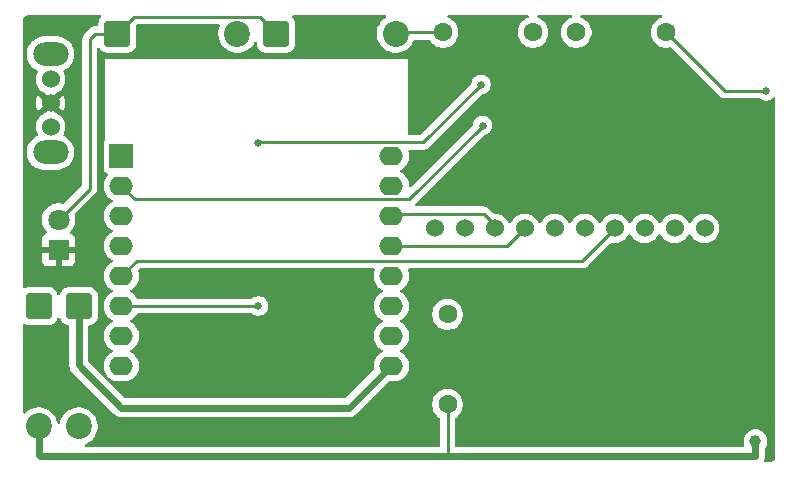
<source format=gbr>
%TF.GenerationSoftware,KiCad,Pcbnew,9.0.2*%
%TF.CreationDate,2025-06-18T17:22:37-04:00*%
%TF.ProjectId,CVISS_IMU_Tracker_Board,43564953-535f-4494-9d55-5f547261636b,rev?*%
%TF.SameCoordinates,Original*%
%TF.FileFunction,Copper,L2,Bot*%
%TF.FilePolarity,Positive*%
%FSLAX46Y46*%
G04 Gerber Fmt 4.6, Leading zero omitted, Abs format (unit mm)*
G04 Created by KiCad (PCBNEW 9.0.2) date 2025-06-18 17:22:37*
%MOMM*%
%LPD*%
G01*
G04 APERTURE LIST*
G04 Aperture macros list*
%AMRoundRect*
0 Rectangle with rounded corners*
0 $1 Rounding radius*
0 $2 $3 $4 $5 $6 $7 $8 $9 X,Y pos of 4 corners*
0 Add a 4 corners polygon primitive as box body*
4,1,4,$2,$3,$4,$5,$6,$7,$8,$9,$2,$3,0*
0 Add four circle primitives for the rounded corners*
1,1,$1+$1,$2,$3*
1,1,$1+$1,$4,$5*
1,1,$1+$1,$6,$7*
1,1,$1+$1,$8,$9*
0 Add four rect primitives between the rounded corners*
20,1,$1+$1,$2,$3,$4,$5,0*
20,1,$1+$1,$4,$5,$6,$7,0*
20,1,$1+$1,$6,$7,$8,$9,0*
20,1,$1+$1,$8,$9,$2,$3,0*%
G04 Aperture macros list end*
%TA.AperFunction,ComponentPad*%
%ADD10C,1.530000*%
%TD*%
%TA.AperFunction,ComponentPad*%
%ADD11O,3.000000X2.000000*%
%TD*%
%TA.AperFunction,ComponentPad*%
%ADD12C,2.200000*%
%TD*%
%TA.AperFunction,ComponentPad*%
%ADD13RoundRect,0.249999X-0.850001X-0.850001X0.850001X-0.850001X0.850001X0.850001X-0.850001X0.850001X0*%
%TD*%
%TA.AperFunction,ComponentPad*%
%ADD14C,1.600000*%
%TD*%
%TA.AperFunction,ComponentPad*%
%ADD15RoundRect,0.249999X-0.850001X0.850001X-0.850001X-0.850001X0.850001X-0.850001X0.850001X0.850001X0*%
%TD*%
%TA.AperFunction,ComponentPad*%
%ADD16R,2.000000X2.000000*%
%TD*%
%TA.AperFunction,ComponentPad*%
%ADD17O,2.000000X1.600000*%
%TD*%
%TA.AperFunction,ComponentPad*%
%ADD18R,1.800000X1.800000*%
%TD*%
%TA.AperFunction,ComponentPad*%
%ADD19C,1.800000*%
%TD*%
%TA.AperFunction,ViaPad*%
%ADD20C,1.000000*%
%TD*%
%TA.AperFunction,ViaPad*%
%ADD21C,0.650000*%
%TD*%
%TA.AperFunction,Conductor*%
%ADD22C,0.250000*%
%TD*%
%TA.AperFunction,Conductor*%
%ADD23C,0.600000*%
%TD*%
G04 APERTURE END LIST*
D10*
%TO.P,U2,10,PS0*%
%TO.N,unconnected-(U2-PS0-Pad10)*%
X181280000Y-102700000D03*
%TO.P,U2,9,PS1*%
%TO.N,unconnected-(U2-PS1-Pad9)*%
X178740000Y-102700000D03*
%TO.P,U2,8,RST*%
%TO.N,unconnected-(U2-RST-Pad8)*%
X176200000Y-102700000D03*
%TO.P,U2,7,INT*%
%TO.N,/INT*%
X173660000Y-102700000D03*
%TO.P,U2,6,CS*%
%TO.N,unconnected-(U2-CS-Pad6)*%
X171120000Y-102700000D03*
%TO.P,U2,5,ADO*%
%TO.N,/SW_GND*%
X168580000Y-102700000D03*
%TO.P,U2,4,SDA*%
%TO.N,/SDA*%
X166040000Y-102700000D03*
%TO.P,U2,3,SCL*%
%TO.N,/SCL*%
X163500000Y-102700000D03*
%TO.P,U2,2,GND*%
%TO.N,/SW_GND*%
X160960000Y-102700000D03*
%TO.P,U2,1,VCC*%
%TO.N,+3.3V*%
X158420000Y-102700000D03*
%TD*%
D11*
%TO.P,SW1,5*%
%TO.N,N/C*%
X125910000Y-87930000D03*
D10*
%TO.P,SW1,4*%
X125910000Y-90080000D03*
D11*
%TO.P,SW1,3*%
X125910000Y-96230000D03*
D10*
%TO.P,SW1,2,B*%
%TO.N,/SW_GND*%
X125910000Y-94080000D03*
%TO.P,SW1,1,A*%
%TO.N,GND*%
X125910000Y-92080000D03*
%TD*%
D12*
%TO.P,D8,2,A*%
%TO.N,/PWR_LED*%
X141730000Y-86200000D03*
D13*
%TO.P,D8,1,K*%
%TO.N,/GP_LED*%
X131570000Y-86200000D03*
%TD*%
D14*
%TO.P,R2,2*%
%TO.N,Net-(D1-A)*%
X159150000Y-86100000D03*
%TO.P,R2,1*%
%TO.N,Net-(U1-MOSI{slash}D7)*%
X166770000Y-86100000D03*
%TD*%
D15*
%TO.P,D7,1,K*%
%TO.N,+5V*%
X128300000Y-109280000D03*
D12*
%TO.P,D7,2,A*%
%TO.N,/OUT+*%
X128300000Y-119440000D03*
%TD*%
D16*
%TO.P,U1,1,~{RST}*%
%TO.N,unconnected-(U1-~{RST}-Pad1)*%
X131905000Y-96570000D03*
D17*
%TO.P,U1,2,A0*%
%TO.N,Net-(U1-A0)*%
X131905000Y-99110000D03*
%TO.P,U1,3,D0*%
%TO.N,unconnected-(U1-D0-Pad3)*%
X131905000Y-101650000D03*
%TO.P,U1,4,SCK/D5*%
%TO.N,unconnected-(U1-SCK{slash}D5-Pad4)*%
X131905000Y-104190000D03*
%TO.P,U1,5,MISO/D6*%
%TO.N,/INT*%
X131905000Y-106730000D03*
%TO.P,U1,6,MOSI/D7*%
%TO.N,Net-(U1-MOSI{slash}D7)*%
X131905000Y-109270000D03*
%TO.P,U1,7,CS/D8*%
%TO.N,unconnected-(U1-CS{slash}D8-Pad7)*%
X131905000Y-111810000D03*
%TO.P,U1,8,3V3*%
%TO.N,+3.3V*%
X131905000Y-114350000D03*
%TO.P,U1,9,5V*%
%TO.N,+5V*%
X154765000Y-114350000D03*
%TO.P,U1,10,GND*%
%TO.N,/SW_GND*%
X154765000Y-111810000D03*
%TO.P,U1,11,D4*%
%TO.N,unconnected-(U1-D4-Pad11)*%
X154765000Y-109270000D03*
%TO.P,U1,12,D3*%
%TO.N,unconnected-(U1-D3-Pad12)*%
X154765000Y-106730000D03*
%TO.P,U1,13,SDA/D2*%
%TO.N,/SDA*%
X154765000Y-104190000D03*
%TO.P,U1,14,SCL/D1*%
%TO.N,/SCL*%
X154765000Y-101650000D03*
%TO.P,U1,15,RX*%
%TO.N,unconnected-(U1-RX-Pad15)*%
X154765000Y-99110000D03*
%TO.P,U1,16,TX*%
%TO.N,unconnected-(U1-TX-Pad16)*%
X154765000Y-96570000D03*
%TD*%
D14*
%TO.P,R4,1*%
%TO.N,/IN+*%
X159520000Y-117600000D03*
%TO.P,R4,2*%
%TO.N,/PWR_LED*%
X159520000Y-109980000D03*
%TD*%
D13*
%TO.P,D1,1,K*%
%TO.N,/GP_LED*%
X144990000Y-86210000D03*
D12*
%TO.P,D1,2,A*%
%TO.N,Net-(D1-A)*%
X155150000Y-86210000D03*
%TD*%
D15*
%TO.P,D6,1,K*%
%TO.N,+5V*%
X124910000Y-109280000D03*
D12*
%TO.P,D6,2,A*%
%TO.N,/IN+*%
X124910000Y-119440000D03*
%TD*%
D14*
%TO.P,R1,1*%
%TO.N,Net-(U1-A0)*%
X170420000Y-86100000D03*
%TO.P,R1,2*%
%TO.N,/B+*%
X178040000Y-86100000D03*
%TD*%
D18*
%TO.P,D9,1,K*%
%TO.N,GND*%
X126590000Y-104505000D03*
D19*
%TO.P,D9,2,A*%
%TO.N,/GP_LED*%
X126590000Y-101965000D03*
%TD*%
D20*
%TO.N,GND*%
X185585000Y-107005000D03*
D21*
%TO.N,Net-(U1-A0)*%
X162485000Y-93985000D03*
%TO.N,Net-(U1-MOSI{slash}D7)*%
X162360000Y-90510000D03*
X143510000Y-109260000D03*
X143510000Y-95495000D03*
%TO.N,/B+*%
X186490000Y-91040000D03*
D20*
%TO.N,GND*%
X162885000Y-107005000D03*
X162885000Y-110205000D03*
%TO.N,/IN+*%
X185585000Y-120705000D03*
%TD*%
D22*
%TO.N,/GP_LED*%
X129230000Y-99325000D02*
X126590000Y-101965000D01*
X129690000Y-86200000D02*
X129230000Y-86660000D01*
X131570000Y-86200000D02*
X129690000Y-86200000D01*
X129230000Y-86660000D02*
X129230000Y-99325000D01*
X143606000Y-84756000D02*
X133014000Y-84756000D01*
X145000000Y-86150000D02*
X143606000Y-84756000D01*
X133014000Y-84756000D02*
X131570000Y-86200000D01*
%TO.N,Net-(D1-A)*%
X155210000Y-86100000D02*
X155160000Y-86150000D01*
X159150000Y-86100000D02*
X155210000Y-86100000D01*
D23*
%TO.N,+5V*%
X128300000Y-114270000D02*
X128300000Y-109280000D01*
X131910000Y-117880000D02*
X128300000Y-114270000D01*
X151170000Y-117880000D02*
X131910000Y-117880000D01*
X154700000Y-114350000D02*
X151170000Y-117880000D01*
D22*
%TO.N,Net-(U1-MOSI{slash}D7)*%
X143510000Y-95390000D02*
X143510000Y-95495000D01*
X157480000Y-95390000D02*
X143510000Y-95390000D01*
X162360000Y-90510000D02*
X157480000Y-95390000D01*
%TO.N,Net-(U1-A0)*%
X133031000Y-100236000D02*
X131905000Y-99110000D01*
X156284000Y-100236000D02*
X133031000Y-100236000D01*
X162485000Y-93985000D02*
X162485000Y-94035000D01*
X162485000Y-94035000D02*
X156284000Y-100236000D01*
%TO.N,Net-(U1-MOSI{slash}D7)*%
X143500000Y-109270000D02*
X131905000Y-109270000D01*
X143510000Y-109260000D02*
X143500000Y-109270000D01*
%TO.N,/INT*%
X133195000Y-105440000D02*
X131905000Y-106730000D01*
X170920000Y-105440000D02*
X133195000Y-105440000D01*
X173660000Y-102700000D02*
X170920000Y-105440000D01*
%TO.N,/SDA*%
X166040000Y-102700000D02*
X164550000Y-104190000D01*
X164550000Y-104190000D02*
X154765000Y-104190000D01*
%TO.N,/SCL*%
X154955000Y-101460000D02*
X154765000Y-101650000D01*
X162577810Y-101460000D02*
X154955000Y-101460000D01*
X163500000Y-102382190D02*
X162577810Y-101460000D01*
X163500000Y-102700000D02*
X163500000Y-102382190D01*
%TO.N,/B+*%
X186490000Y-91040000D02*
X182980000Y-91040000D01*
X182980000Y-91040000D02*
X178040000Y-86100000D01*
D23*
%TO.N,/IN+*%
X124920000Y-119430000D02*
X124910000Y-119440000D01*
D22*
%TO.N,+5V*%
X154765000Y-114350000D02*
X154700000Y-114350000D01*
D23*
%TO.N,/IN+*%
X159480000Y-121980000D02*
X185560000Y-121980000D01*
D22*
X159520000Y-121940000D02*
X159480000Y-121980000D01*
X159520000Y-117600000D02*
X159520000Y-121940000D01*
D23*
X185585000Y-121955000D02*
X185585000Y-120705000D01*
X158760000Y-121980000D02*
X159480000Y-121980000D01*
X185560000Y-121980000D02*
X185585000Y-121955000D01*
X125020000Y-121980000D02*
X124910000Y-121870000D01*
X124910000Y-121870000D02*
X124910000Y-119440000D01*
X158760000Y-121980000D02*
X125020000Y-121980000D01*
%TD*%
%TA.AperFunction,Conductor*%
%TO.N,GND*%
G36*
X130145809Y-84650185D02*
G01*
X130191564Y-84702989D01*
X130201508Y-84772147D01*
X130172483Y-84835703D01*
X130166451Y-84842181D01*
X130127289Y-84881342D01*
X130035187Y-85030662D01*
X130035185Y-85030667D01*
X130031372Y-85042175D01*
X129980001Y-85197202D01*
X129980001Y-85197203D01*
X129980000Y-85197203D01*
X129969500Y-85299982D01*
X129969500Y-85450500D01*
X129949815Y-85517539D01*
X129897011Y-85563294D01*
X129845500Y-85574500D01*
X129751607Y-85574500D01*
X129628393Y-85574500D01*
X129600438Y-85580060D01*
X129572482Y-85585621D01*
X129572481Y-85585620D01*
X129507554Y-85598535D01*
X129507545Y-85598538D01*
X129393716Y-85645687D01*
X129393707Y-85645692D01*
X129291268Y-85714140D01*
X129247705Y-85757703D01*
X129204142Y-85801267D01*
X128744141Y-86261267D01*
X128732904Y-86278085D01*
X128732899Y-86278092D01*
X128729987Y-86282452D01*
X128675688Y-86363714D01*
X128648439Y-86429500D01*
X128645787Y-86435901D01*
X128645785Y-86435906D01*
X128628538Y-86477544D01*
X128628535Y-86477556D01*
X128604500Y-86598389D01*
X128604500Y-99014547D01*
X128584815Y-99081586D01*
X128568181Y-99102228D01*
X127087518Y-100582890D01*
X127026195Y-100616375D01*
X126961521Y-100613141D01*
X126917950Y-100598984D01*
X126734706Y-100569961D01*
X126700222Y-100564500D01*
X126479778Y-100564500D01*
X126407201Y-100575995D01*
X126262047Y-100598985D01*
X126052396Y-100667103D01*
X126052393Y-100667104D01*
X125855974Y-100767187D01*
X125677641Y-100896752D01*
X125677636Y-100896756D01*
X125521756Y-101052636D01*
X125521752Y-101052641D01*
X125392187Y-101230974D01*
X125292104Y-101427393D01*
X125292103Y-101427396D01*
X125223985Y-101637047D01*
X125208513Y-101734733D01*
X125189500Y-101854778D01*
X125189500Y-102075222D01*
X125201220Y-102149219D01*
X125223985Y-102292952D01*
X125292103Y-102502603D01*
X125292104Y-102502606D01*
X125392187Y-102699025D01*
X125521752Y-102877358D01*
X125521756Y-102877363D01*
X125572316Y-102927923D01*
X125605801Y-102989246D01*
X125600817Y-103058938D01*
X125558945Y-103114871D01*
X125527969Y-103131785D01*
X125447918Y-103161643D01*
X125447906Y-103161649D01*
X125332812Y-103247809D01*
X125332809Y-103247812D01*
X125246649Y-103362906D01*
X125246645Y-103362913D01*
X125196403Y-103497620D01*
X125196401Y-103497627D01*
X125190000Y-103557155D01*
X125190000Y-104255000D01*
X126214722Y-104255000D01*
X126170667Y-104331306D01*
X126140000Y-104445756D01*
X126140000Y-104564244D01*
X126170667Y-104678694D01*
X126214722Y-104755000D01*
X125190000Y-104755000D01*
X125190000Y-105452844D01*
X125196401Y-105512372D01*
X125196403Y-105512379D01*
X125246645Y-105647086D01*
X125246649Y-105647093D01*
X125332809Y-105762187D01*
X125332812Y-105762190D01*
X125447906Y-105848350D01*
X125447913Y-105848354D01*
X125582620Y-105898596D01*
X125582627Y-105898598D01*
X125642155Y-105904999D01*
X125642172Y-105905000D01*
X126340000Y-105905000D01*
X126340000Y-104880277D01*
X126416306Y-104924333D01*
X126530756Y-104955000D01*
X126649244Y-104955000D01*
X126763694Y-104924333D01*
X126840000Y-104880277D01*
X126840000Y-105905000D01*
X127537828Y-105905000D01*
X127537844Y-105904999D01*
X127597372Y-105898598D01*
X127597379Y-105898596D01*
X127732086Y-105848354D01*
X127732093Y-105848350D01*
X127847187Y-105762190D01*
X127847190Y-105762187D01*
X127933350Y-105647093D01*
X127933354Y-105647086D01*
X127983596Y-105512379D01*
X127983598Y-105512372D01*
X127989999Y-105452844D01*
X127990000Y-105452827D01*
X127990000Y-104755000D01*
X126965278Y-104755000D01*
X127009333Y-104678694D01*
X127040000Y-104564244D01*
X127040000Y-104445756D01*
X127009333Y-104331306D01*
X126965278Y-104255000D01*
X127990000Y-104255000D01*
X127990000Y-103557172D01*
X127989999Y-103557155D01*
X127983598Y-103497627D01*
X127983596Y-103497620D01*
X127933354Y-103362913D01*
X127933350Y-103362906D01*
X127847190Y-103247812D01*
X127847187Y-103247809D01*
X127732093Y-103161649D01*
X127732087Y-103161646D01*
X127652030Y-103131786D01*
X127596097Y-103089914D01*
X127571680Y-103024450D01*
X127586532Y-102956177D01*
X127607681Y-102927925D01*
X127658242Y-102877365D01*
X127787815Y-102699022D01*
X127887895Y-102502606D01*
X127956015Y-102292951D01*
X127990500Y-102075222D01*
X127990500Y-101854778D01*
X127956015Y-101637049D01*
X127941857Y-101593478D01*
X127939863Y-101523638D01*
X127972106Y-101467482D01*
X129628729Y-99810860D01*
X129628733Y-99810858D01*
X129715858Y-99723733D01*
X129784311Y-99621286D01*
X129784312Y-99621285D01*
X129784313Y-99621282D01*
X129784315Y-99621279D01*
X129796933Y-99590815D01*
X129831463Y-99507451D01*
X129855500Y-99386607D01*
X129855500Y-99263393D01*
X129855500Y-87515255D01*
X129875185Y-87448216D01*
X129927989Y-87402461D01*
X129997147Y-87392517D01*
X130060703Y-87421542D01*
X130085037Y-87450157D01*
X130127288Y-87518656D01*
X130251344Y-87642712D01*
X130400665Y-87734814D01*
X130567202Y-87789999D01*
X130669990Y-87800500D01*
X130669995Y-87800500D01*
X132470005Y-87800500D01*
X132470010Y-87800500D01*
X132572798Y-87789999D01*
X132739335Y-87734814D01*
X132888656Y-87642712D01*
X133012712Y-87518656D01*
X133104814Y-87369335D01*
X133159999Y-87202798D01*
X133170500Y-87100010D01*
X133170500Y-85535453D01*
X133179145Y-85506010D01*
X133185669Y-85476024D01*
X133189422Y-85471009D01*
X133190185Y-85468414D01*
X133206820Y-85447770D01*
X133236774Y-85417817D01*
X133298098Y-85384333D01*
X133324454Y-85381500D01*
X140148414Y-85381500D01*
X140215453Y-85401185D01*
X140261208Y-85453989D01*
X140271152Y-85523147D01*
X140258898Y-85561795D01*
X140246762Y-85585611D01*
X140205001Y-85714140D01*
X140168910Y-85825215D01*
X140129500Y-86074038D01*
X140129500Y-86325962D01*
X140151431Y-86464426D01*
X140168910Y-86574785D01*
X140246760Y-86814383D01*
X140361132Y-87038848D01*
X140509201Y-87242649D01*
X140509205Y-87242654D01*
X140687345Y-87420794D01*
X140687350Y-87420798D01*
X140835805Y-87528656D01*
X140891155Y-87568870D01*
X141034184Y-87641747D01*
X141115616Y-87683239D01*
X141115618Y-87683239D01*
X141115621Y-87683241D01*
X141355215Y-87761090D01*
X141604038Y-87800500D01*
X141604039Y-87800500D01*
X141855961Y-87800500D01*
X141855962Y-87800500D01*
X142104785Y-87761090D01*
X142344379Y-87683241D01*
X142568845Y-87568870D01*
X142772656Y-87420793D01*
X142950793Y-87242656D01*
X143098870Y-87038845D01*
X143155015Y-86928653D01*
X143202990Y-86877858D01*
X143270811Y-86861063D01*
X143336945Y-86883600D01*
X143380397Y-86938315D01*
X143389500Y-86984949D01*
X143389500Y-87110017D01*
X143400000Y-87212796D01*
X143455185Y-87379332D01*
X143455187Y-87379337D01*
X143486926Y-87430793D01*
X143547288Y-87528656D01*
X143671344Y-87652712D01*
X143820665Y-87744814D01*
X143987202Y-87799999D01*
X144089990Y-87810500D01*
X144089995Y-87810500D01*
X145890005Y-87810500D01*
X145890010Y-87810500D01*
X145992798Y-87799999D01*
X146159335Y-87744814D01*
X146308656Y-87652712D01*
X146432712Y-87528656D01*
X146524814Y-87379335D01*
X146579999Y-87212798D01*
X146590500Y-87110010D01*
X146590500Y-85309990D01*
X146579999Y-85207202D01*
X146524814Y-85040665D01*
X146432712Y-84891344D01*
X146383549Y-84842181D01*
X146350064Y-84780858D01*
X146355048Y-84711166D01*
X146396920Y-84655233D01*
X146462384Y-84630816D01*
X146471230Y-84630500D01*
X154219429Y-84630500D01*
X154286468Y-84650185D01*
X154332223Y-84702989D01*
X154342167Y-84772147D01*
X154313142Y-84835703D01*
X154292314Y-84854818D01*
X154107350Y-84989201D01*
X154107345Y-84989205D01*
X153929205Y-85167345D01*
X153929201Y-85167350D01*
X153781132Y-85371151D01*
X153666760Y-85595616D01*
X153592159Y-85825215D01*
X153588910Y-85835215D01*
X153549500Y-86084038D01*
X153549500Y-86335962D01*
X153578273Y-86517628D01*
X153588910Y-86584785D01*
X153666760Y-86824383D01*
X153724812Y-86938315D01*
X153776036Y-87038848D01*
X153781132Y-87048848D01*
X153929201Y-87252649D01*
X153929205Y-87252654D01*
X154107345Y-87430794D01*
X154107350Y-87430798D01*
X154285117Y-87559952D01*
X154311155Y-87578870D01*
X154436448Y-87642710D01*
X154535616Y-87693239D01*
X154535618Y-87693239D01*
X154535621Y-87693241D01*
X154775215Y-87771090D01*
X155024038Y-87810500D01*
X155024039Y-87810500D01*
X155275961Y-87810500D01*
X155275962Y-87810500D01*
X155524785Y-87771090D01*
X155764379Y-87693241D01*
X155988845Y-87578870D01*
X156192656Y-87430793D01*
X156370793Y-87252656D01*
X156518870Y-87048845D01*
X156633241Y-86824379D01*
X156637530Y-86811180D01*
X156676968Y-86753505D01*
X156741327Y-86726308D01*
X156755460Y-86725500D01*
X157933885Y-86725500D01*
X158000924Y-86745185D01*
X158033606Y-86778571D01*
X158034849Y-86777669D01*
X158158028Y-86947213D01*
X158302786Y-87091971D01*
X158455327Y-87202796D01*
X158468390Y-87212287D01*
X158547605Y-87252649D01*
X158650776Y-87305218D01*
X158650778Y-87305218D01*
X158650781Y-87305220D01*
X158755137Y-87339127D01*
X158845465Y-87368477D01*
X158914032Y-87379337D01*
X159047648Y-87400500D01*
X159047649Y-87400500D01*
X159252351Y-87400500D01*
X159252352Y-87400500D01*
X159454534Y-87368477D01*
X159649219Y-87305220D01*
X159831610Y-87212287D01*
X159972374Y-87110017D01*
X159997213Y-87091971D01*
X159997215Y-87091968D01*
X159997219Y-87091966D01*
X160141966Y-86947219D01*
X160141968Y-86947215D01*
X160141971Y-86947213D01*
X160230399Y-86825500D01*
X160262287Y-86781610D01*
X160355220Y-86599219D01*
X160418477Y-86404534D01*
X160450500Y-86202352D01*
X160450500Y-85997648D01*
X160418477Y-85795466D01*
X160355220Y-85600781D01*
X160355218Y-85600778D01*
X160355218Y-85600776D01*
X160312806Y-85517539D01*
X160262287Y-85418390D01*
X160249787Y-85401185D01*
X160141971Y-85252786D01*
X159997213Y-85108028D01*
X159831613Y-84987715D01*
X159831612Y-84987714D01*
X159831610Y-84987713D01*
X159774653Y-84958691D01*
X159649223Y-84894781D01*
X159607861Y-84881342D01*
X159580434Y-84872430D01*
X159522760Y-84832993D01*
X159495562Y-84768634D01*
X159507477Y-84699788D01*
X159554721Y-84648312D01*
X159618754Y-84630500D01*
X166301246Y-84630500D01*
X166368285Y-84650185D01*
X166414040Y-84702989D01*
X166423984Y-84772147D01*
X166394959Y-84835703D01*
X166339565Y-84872430D01*
X166318296Y-84879341D01*
X166270776Y-84894781D01*
X166088386Y-84987715D01*
X165922786Y-85108028D01*
X165778028Y-85252786D01*
X165657715Y-85418386D01*
X165564781Y-85600776D01*
X165501522Y-85795465D01*
X165469500Y-85997648D01*
X165469500Y-86202351D01*
X165501522Y-86404534D01*
X165564781Y-86599223D01*
X165657715Y-86781613D01*
X165778028Y-86947213D01*
X165922786Y-87091971D01*
X166075327Y-87202796D01*
X166088390Y-87212287D01*
X166167605Y-87252649D01*
X166270776Y-87305218D01*
X166270778Y-87305218D01*
X166270781Y-87305220D01*
X166375137Y-87339127D01*
X166465465Y-87368477D01*
X166534032Y-87379337D01*
X166667648Y-87400500D01*
X166667649Y-87400500D01*
X166872351Y-87400500D01*
X166872352Y-87400500D01*
X167074534Y-87368477D01*
X167269219Y-87305220D01*
X167451610Y-87212287D01*
X167592374Y-87110017D01*
X167617213Y-87091971D01*
X167617215Y-87091968D01*
X167617219Y-87091966D01*
X167761966Y-86947219D01*
X167761968Y-86947215D01*
X167761971Y-86947213D01*
X167850399Y-86825500D01*
X167882287Y-86781610D01*
X167975220Y-86599219D01*
X168038477Y-86404534D01*
X168070500Y-86202352D01*
X168070500Y-85997648D01*
X168038477Y-85795466D01*
X167975220Y-85600781D01*
X167975218Y-85600778D01*
X167975218Y-85600776D01*
X167932806Y-85517539D01*
X167882287Y-85418390D01*
X167869787Y-85401185D01*
X167761971Y-85252786D01*
X167617213Y-85108028D01*
X167451613Y-84987715D01*
X167451612Y-84987714D01*
X167451610Y-84987713D01*
X167394653Y-84958691D01*
X167269223Y-84894781D01*
X167227861Y-84881342D01*
X167200434Y-84872430D01*
X167142760Y-84832993D01*
X167115562Y-84768634D01*
X167127477Y-84699788D01*
X167174721Y-84648312D01*
X167238754Y-84630500D01*
X169951246Y-84630500D01*
X170018285Y-84650185D01*
X170064040Y-84702989D01*
X170073984Y-84772147D01*
X170044959Y-84835703D01*
X169989565Y-84872430D01*
X169968296Y-84879341D01*
X169920776Y-84894781D01*
X169738386Y-84987715D01*
X169572786Y-85108028D01*
X169428028Y-85252786D01*
X169307715Y-85418386D01*
X169214781Y-85600776D01*
X169151522Y-85795465D01*
X169119500Y-85997648D01*
X169119500Y-86202351D01*
X169151522Y-86404534D01*
X169214781Y-86599223D01*
X169307715Y-86781613D01*
X169428028Y-86947213D01*
X169572786Y-87091971D01*
X169725327Y-87202796D01*
X169738390Y-87212287D01*
X169817605Y-87252649D01*
X169920776Y-87305218D01*
X169920778Y-87305218D01*
X169920781Y-87305220D01*
X170025137Y-87339127D01*
X170115465Y-87368477D01*
X170184032Y-87379337D01*
X170317648Y-87400500D01*
X170317649Y-87400500D01*
X170522351Y-87400500D01*
X170522352Y-87400500D01*
X170724534Y-87368477D01*
X170919219Y-87305220D01*
X171101610Y-87212287D01*
X171242374Y-87110017D01*
X171267213Y-87091971D01*
X171267215Y-87091968D01*
X171267219Y-87091966D01*
X171411966Y-86947219D01*
X171411968Y-86947215D01*
X171411971Y-86947213D01*
X171500399Y-86825500D01*
X171532287Y-86781610D01*
X171625220Y-86599219D01*
X171688477Y-86404534D01*
X171720500Y-86202352D01*
X171720500Y-85997648D01*
X171688477Y-85795466D01*
X171625220Y-85600781D01*
X171625218Y-85600778D01*
X171625218Y-85600776D01*
X171582806Y-85517539D01*
X171532287Y-85418390D01*
X171519787Y-85401185D01*
X171411971Y-85252786D01*
X171267213Y-85108028D01*
X171101613Y-84987715D01*
X171101612Y-84987714D01*
X171101610Y-84987713D01*
X171044653Y-84958691D01*
X170919223Y-84894781D01*
X170877861Y-84881342D01*
X170850434Y-84872430D01*
X170792760Y-84832993D01*
X170765562Y-84768634D01*
X170777477Y-84699788D01*
X170824721Y-84648312D01*
X170888754Y-84630500D01*
X177571246Y-84630500D01*
X177638285Y-84650185D01*
X177684040Y-84702989D01*
X177693984Y-84772147D01*
X177664959Y-84835703D01*
X177609565Y-84872430D01*
X177588296Y-84879341D01*
X177540776Y-84894781D01*
X177358386Y-84987715D01*
X177192786Y-85108028D01*
X177048028Y-85252786D01*
X176927715Y-85418386D01*
X176834781Y-85600776D01*
X176771522Y-85795465D01*
X176739500Y-85997648D01*
X176739500Y-86202351D01*
X176771522Y-86404534D01*
X176834781Y-86599223D01*
X176927715Y-86781613D01*
X177048028Y-86947213D01*
X177192786Y-87091971D01*
X177345327Y-87202796D01*
X177358390Y-87212287D01*
X177437605Y-87252649D01*
X177540776Y-87305218D01*
X177540778Y-87305218D01*
X177540781Y-87305220D01*
X177645137Y-87339127D01*
X177735465Y-87368477D01*
X177804032Y-87379337D01*
X177937648Y-87400500D01*
X177937649Y-87400500D01*
X178142351Y-87400500D01*
X178142352Y-87400500D01*
X178211371Y-87389568D01*
X178349347Y-87367715D01*
X178349672Y-87369767D01*
X178410743Y-87372802D01*
X178457628Y-87402218D01*
X182494139Y-91438729D01*
X182494142Y-91438733D01*
X182581267Y-91525858D01*
X182632490Y-91560084D01*
X182683714Y-91594312D01*
X182683715Y-91594312D01*
X182683716Y-91594313D01*
X182757390Y-91624829D01*
X182757394Y-91624830D01*
X182764207Y-91627652D01*
X182797548Y-91641463D01*
X182857971Y-91653481D01*
X182918393Y-91665500D01*
X182918394Y-91665500D01*
X185902651Y-91665500D01*
X185969690Y-91685185D01*
X185971541Y-91686398D01*
X186098976Y-91771547D01*
X186098980Y-91771549D01*
X186249206Y-91833774D01*
X186249211Y-91833776D01*
X186249215Y-91833776D01*
X186249216Y-91833777D01*
X186408692Y-91865500D01*
X186408695Y-91865500D01*
X186571307Y-91865500D01*
X186678598Y-91844157D01*
X186730789Y-91833776D01*
X186851498Y-91783777D01*
X186881019Y-91771549D01*
X186881023Y-91771547D01*
X186990420Y-91698450D01*
X187016225Y-91681208D01*
X187043952Y-91653481D01*
X187077819Y-91619615D01*
X187139142Y-91586130D01*
X187208834Y-91591114D01*
X187264767Y-91632986D01*
X187289184Y-91698450D01*
X187289500Y-91707296D01*
X187289500Y-121943038D01*
X187288720Y-121956921D01*
X187288720Y-121956923D01*
X187277788Y-122053939D01*
X187271609Y-122081009D01*
X187241675Y-122166555D01*
X187229628Y-122191571D01*
X187181411Y-122268309D01*
X187164098Y-122290019D01*
X187100019Y-122354098D01*
X187078309Y-122371411D01*
X187001571Y-122419628D01*
X186976555Y-122431675D01*
X186891009Y-122461609D01*
X186863939Y-122467788D01*
X186787566Y-122476393D01*
X186766921Y-122478720D01*
X186753039Y-122479500D01*
X186419779Y-122479500D01*
X186352740Y-122459815D01*
X186306985Y-122407011D01*
X186297041Y-122337853D01*
X186305218Y-122308048D01*
X186354736Y-122188499D01*
X186354739Y-122188490D01*
X186367875Y-122122452D01*
X186376118Y-122081009D01*
X186385500Y-122033843D01*
X186385500Y-121876158D01*
X186385500Y-121345434D01*
X186405185Y-121278395D01*
X186406398Y-121276543D01*
X186471240Y-121179500D01*
X186471632Y-121178914D01*
X186547051Y-120996835D01*
X186585500Y-120803541D01*
X186585500Y-120606459D01*
X186585500Y-120606456D01*
X186547052Y-120413170D01*
X186547051Y-120413169D01*
X186547051Y-120413165D01*
X186491416Y-120278848D01*
X186471635Y-120231092D01*
X186471628Y-120231079D01*
X186362139Y-120067218D01*
X186362136Y-120067214D01*
X186222785Y-119927863D01*
X186222781Y-119927860D01*
X186058920Y-119818371D01*
X186058907Y-119818364D01*
X185876839Y-119742950D01*
X185876829Y-119742947D01*
X185683543Y-119704500D01*
X185683541Y-119704500D01*
X185486459Y-119704500D01*
X185486457Y-119704500D01*
X185293170Y-119742947D01*
X185293160Y-119742950D01*
X185111092Y-119818364D01*
X185111079Y-119818371D01*
X184947218Y-119927860D01*
X184947214Y-119927863D01*
X184807863Y-120067214D01*
X184807860Y-120067218D01*
X184698371Y-120231079D01*
X184698364Y-120231092D01*
X184622950Y-120413160D01*
X184622947Y-120413170D01*
X184584500Y-120606456D01*
X184584500Y-120606459D01*
X184584500Y-120803541D01*
X184584500Y-120803543D01*
X184584499Y-120803543D01*
X184622947Y-120996829D01*
X184622949Y-120996835D01*
X184627594Y-121008049D01*
X184635061Y-121077519D01*
X184603785Y-121139997D01*
X184543696Y-121175649D01*
X184513032Y-121179500D01*
X160269500Y-121179500D01*
X160202461Y-121159815D01*
X160156706Y-121107011D01*
X160145500Y-121055500D01*
X160145500Y-118816114D01*
X160165185Y-118749075D01*
X160198575Y-118716398D01*
X160197668Y-118715150D01*
X160201605Y-118712289D01*
X160201610Y-118712287D01*
X160367219Y-118591966D01*
X160511966Y-118447219D01*
X160511968Y-118447215D01*
X160511971Y-118447213D01*
X160603669Y-118320999D01*
X160632287Y-118281610D01*
X160725220Y-118099219D01*
X160788477Y-117904534D01*
X160820500Y-117702352D01*
X160820500Y-117497648D01*
X160788477Y-117295466D01*
X160725220Y-117100781D01*
X160725218Y-117100778D01*
X160725218Y-117100776D01*
X160691503Y-117034607D01*
X160632287Y-116918390D01*
X160624556Y-116907749D01*
X160511971Y-116752786D01*
X160367213Y-116608028D01*
X160201613Y-116487715D01*
X160201612Y-116487714D01*
X160201610Y-116487713D01*
X160144653Y-116458691D01*
X160019223Y-116394781D01*
X159824534Y-116331522D01*
X159649995Y-116303878D01*
X159622352Y-116299500D01*
X159417648Y-116299500D01*
X159393329Y-116303351D01*
X159215465Y-116331522D01*
X159020776Y-116394781D01*
X158838386Y-116487715D01*
X158672786Y-116608028D01*
X158528028Y-116752786D01*
X158407715Y-116918386D01*
X158314781Y-117100776D01*
X158251522Y-117295465D01*
X158219500Y-117497648D01*
X158219500Y-117702351D01*
X158251522Y-117904534D01*
X158314781Y-118099223D01*
X158407715Y-118281613D01*
X158528028Y-118447213D01*
X158528034Y-118447219D01*
X158672781Y-118591966D01*
X158838390Y-118712287D01*
X158838394Y-118712289D01*
X158842332Y-118715150D01*
X158841111Y-118716829D01*
X158882155Y-118762177D01*
X158894500Y-118816114D01*
X158894500Y-121055500D01*
X158874815Y-121122539D01*
X158822011Y-121168294D01*
X158770500Y-121179500D01*
X128908600Y-121179500D01*
X128841561Y-121159815D01*
X128795806Y-121107011D01*
X128785862Y-121037853D01*
X128814887Y-120974297D01*
X128870279Y-120937569D01*
X128914379Y-120923241D01*
X129138845Y-120808870D01*
X129342656Y-120660793D01*
X129520793Y-120482656D01*
X129668870Y-120278845D01*
X129783241Y-120054379D01*
X129861090Y-119814785D01*
X129900500Y-119565962D01*
X129900500Y-119314038D01*
X129861090Y-119065215D01*
X129783241Y-118825621D01*
X129783239Y-118825618D01*
X129783239Y-118825616D01*
X129726953Y-118715150D01*
X129668870Y-118601155D01*
X129649952Y-118575117D01*
X129520798Y-118397350D01*
X129520794Y-118397345D01*
X129342654Y-118219205D01*
X129342649Y-118219201D01*
X129138848Y-118071132D01*
X129138847Y-118071131D01*
X129138845Y-118071130D01*
X129068747Y-118035413D01*
X128914383Y-117956760D01*
X128674785Y-117878910D01*
X128425962Y-117839500D01*
X128174038Y-117839500D01*
X128049626Y-117859205D01*
X127925214Y-117878910D01*
X127685616Y-117956760D01*
X127461151Y-118071132D01*
X127257350Y-118219201D01*
X127257345Y-118219205D01*
X127079205Y-118397345D01*
X127079201Y-118397350D01*
X126931132Y-118601151D01*
X126816760Y-118825616D01*
X126738909Y-119065214D01*
X126727473Y-119137424D01*
X126697544Y-119200559D01*
X126638232Y-119237490D01*
X126568370Y-119236492D01*
X126510137Y-119197882D01*
X126482527Y-119137424D01*
X126471090Y-119065214D01*
X126393239Y-118825616D01*
X126336953Y-118715150D01*
X126278870Y-118601155D01*
X126259952Y-118575117D01*
X126130798Y-118397350D01*
X126130794Y-118397345D01*
X125952654Y-118219205D01*
X125952649Y-118219201D01*
X125748848Y-118071132D01*
X125748847Y-118071131D01*
X125748845Y-118071130D01*
X125678747Y-118035413D01*
X125524383Y-117956760D01*
X125284785Y-117878910D01*
X125035962Y-117839500D01*
X124784038Y-117839500D01*
X124659626Y-117859205D01*
X124535214Y-117878910D01*
X124295616Y-117956760D01*
X124071151Y-118071132D01*
X123867350Y-118219201D01*
X123867345Y-118219205D01*
X123752181Y-118334370D01*
X123690858Y-118367855D01*
X123621166Y-118362871D01*
X123565233Y-118320999D01*
X123540816Y-118255535D01*
X123540500Y-118246689D01*
X123540500Y-110913525D01*
X123560185Y-110846486D01*
X123612989Y-110800731D01*
X123682147Y-110790787D01*
X123729595Y-110807986D01*
X123740665Y-110814814D01*
X123907202Y-110869999D01*
X124009990Y-110880500D01*
X124009995Y-110880500D01*
X125810005Y-110880500D01*
X125810010Y-110880500D01*
X125912798Y-110869999D01*
X126079335Y-110814814D01*
X126228656Y-110722712D01*
X126352712Y-110598656D01*
X126444814Y-110449335D01*
X126487295Y-110321135D01*
X126527066Y-110263692D01*
X126591582Y-110236869D01*
X126660358Y-110249184D01*
X126711558Y-110296727D01*
X126722703Y-110321131D01*
X126765186Y-110449335D01*
X126857288Y-110598656D01*
X126981344Y-110722712D01*
X127130665Y-110814814D01*
X127297202Y-110869999D01*
X127388103Y-110879285D01*
X127452794Y-110905681D01*
X127492945Y-110962861D01*
X127499500Y-111002643D01*
X127499500Y-114348846D01*
X127530261Y-114503489D01*
X127530264Y-114503501D01*
X127590602Y-114649172D01*
X127590609Y-114649185D01*
X127678210Y-114780288D01*
X127678213Y-114780292D01*
X131288211Y-118390289D01*
X131345135Y-118447213D01*
X131399712Y-118501790D01*
X131530814Y-118589390D01*
X131530827Y-118589397D01*
X131676498Y-118649735D01*
X131676503Y-118649737D01*
X131831153Y-118680499D01*
X131831156Y-118680500D01*
X131831158Y-118680500D01*
X151248844Y-118680500D01*
X151248845Y-118680499D01*
X151403497Y-118649737D01*
X151549179Y-118589394D01*
X151680289Y-118501789D01*
X154495259Y-115686819D01*
X154556582Y-115653334D01*
X154582940Y-115650500D01*
X155067351Y-115650500D01*
X155067352Y-115650500D01*
X155269534Y-115618477D01*
X155464219Y-115555220D01*
X155646610Y-115462287D01*
X155739590Y-115394732D01*
X155812213Y-115341971D01*
X155812215Y-115341968D01*
X155812219Y-115341966D01*
X155956966Y-115197219D01*
X155956968Y-115197215D01*
X155956971Y-115197213D01*
X156009732Y-115124590D01*
X156077287Y-115031610D01*
X156170220Y-114849219D01*
X156233477Y-114654534D01*
X156265500Y-114452352D01*
X156265500Y-114247648D01*
X156233477Y-114045466D01*
X156170220Y-113850781D01*
X156170218Y-113850778D01*
X156170218Y-113850776D01*
X156136503Y-113784607D01*
X156077287Y-113668390D01*
X156069556Y-113657749D01*
X155956971Y-113502786D01*
X155812213Y-113358028D01*
X155646614Y-113237715D01*
X155640006Y-113234348D01*
X155553917Y-113190483D01*
X155503123Y-113142511D01*
X155486328Y-113074690D01*
X155508865Y-113008555D01*
X155553917Y-112969516D01*
X155646610Y-112922287D01*
X155667770Y-112906913D01*
X155812213Y-112801971D01*
X155812215Y-112801968D01*
X155812219Y-112801966D01*
X155956966Y-112657219D01*
X155956968Y-112657215D01*
X155956971Y-112657213D01*
X156009732Y-112584590D01*
X156077287Y-112491610D01*
X156170220Y-112309219D01*
X156233477Y-112114534D01*
X156265500Y-111912352D01*
X156265500Y-111707648D01*
X156233477Y-111505466D01*
X156170220Y-111310781D01*
X156170218Y-111310778D01*
X156170218Y-111310776D01*
X156106242Y-111185218D01*
X156077287Y-111128390D01*
X156051055Y-111092284D01*
X155956971Y-110962786D01*
X155812213Y-110818028D01*
X155646614Y-110697715D01*
X155595886Y-110671868D01*
X155553917Y-110650483D01*
X155503123Y-110602511D01*
X155486328Y-110534690D01*
X155508865Y-110468555D01*
X155553917Y-110429516D01*
X155646610Y-110382287D01*
X155667770Y-110366913D01*
X155812213Y-110261971D01*
X155812215Y-110261968D01*
X155812219Y-110261966D01*
X155956966Y-110117219D01*
X155956968Y-110117215D01*
X155956971Y-110117213D01*
X156048269Y-109991550D01*
X156077287Y-109951610D01*
X156114973Y-109877648D01*
X158219500Y-109877648D01*
X158219500Y-110082351D01*
X158251522Y-110284534D01*
X158314781Y-110479223D01*
X158407715Y-110661613D01*
X158528028Y-110827213D01*
X158672786Y-110971971D01*
X158827749Y-111084556D01*
X158838390Y-111092287D01*
X158954607Y-111151503D01*
X159020776Y-111185218D01*
X159020778Y-111185218D01*
X159020781Y-111185220D01*
X159125137Y-111219127D01*
X159215465Y-111248477D01*
X159316557Y-111264488D01*
X159417648Y-111280500D01*
X159417649Y-111280500D01*
X159622351Y-111280500D01*
X159622352Y-111280500D01*
X159824534Y-111248477D01*
X160019219Y-111185220D01*
X160201610Y-111092287D01*
X160294590Y-111024732D01*
X160367213Y-110971971D01*
X160367215Y-110971968D01*
X160367219Y-110971966D01*
X160511966Y-110827219D01*
X160511968Y-110827215D01*
X160511971Y-110827213D01*
X160587894Y-110722712D01*
X160632287Y-110661610D01*
X160725220Y-110479219D01*
X160788477Y-110284534D01*
X160820500Y-110082352D01*
X160820500Y-109877648D01*
X160788477Y-109675466D01*
X160780534Y-109651021D01*
X160725218Y-109480776D01*
X160691503Y-109414607D01*
X160632287Y-109298390D01*
X160624556Y-109287749D01*
X160511971Y-109132786D01*
X160367213Y-108988028D01*
X160201613Y-108867715D01*
X160201612Y-108867714D01*
X160201610Y-108867713D01*
X160144653Y-108838691D01*
X160019223Y-108774781D01*
X159824534Y-108711522D01*
X159649995Y-108683878D01*
X159622352Y-108679500D01*
X159417648Y-108679500D01*
X159393329Y-108683351D01*
X159215465Y-108711522D01*
X159020776Y-108774781D01*
X158838386Y-108867715D01*
X158672786Y-108988028D01*
X158528028Y-109132786D01*
X158407715Y-109298386D01*
X158314781Y-109480776D01*
X158251522Y-109675465D01*
X158219500Y-109877648D01*
X156114973Y-109877648D01*
X156161554Y-109786228D01*
X156170218Y-109769223D01*
X156170218Y-109769222D01*
X156170220Y-109769219D01*
X156233477Y-109574534D01*
X156265500Y-109372352D01*
X156265500Y-109167648D01*
X156241989Y-109019206D01*
X156233477Y-108965465D01*
X156201715Y-108867713D01*
X156170220Y-108770781D01*
X156170218Y-108770778D01*
X156170218Y-108770776D01*
X156123710Y-108679500D01*
X156077287Y-108588390D01*
X156033740Y-108528452D01*
X155956971Y-108422786D01*
X155812213Y-108278028D01*
X155646614Y-108157715D01*
X155640006Y-108154348D01*
X155553917Y-108110483D01*
X155503123Y-108062511D01*
X155486328Y-107994690D01*
X155508865Y-107928555D01*
X155553917Y-107889516D01*
X155646610Y-107842287D01*
X155770863Y-107752013D01*
X155812213Y-107721971D01*
X155812215Y-107721968D01*
X155812219Y-107721966D01*
X155956966Y-107577219D01*
X155956968Y-107577215D01*
X155956971Y-107577213D01*
X156009732Y-107504590D01*
X156077287Y-107411610D01*
X156170220Y-107229219D01*
X156233477Y-107034534D01*
X156265500Y-106832352D01*
X156265500Y-106627648D01*
X156233477Y-106425466D01*
X156233476Y-106425464D01*
X156210613Y-106355098D01*
X156170220Y-106230781D01*
X156170218Y-106230777D01*
X156169257Y-106227819D01*
X156167262Y-106157977D01*
X156203342Y-106098144D01*
X156266043Y-106067316D01*
X156287188Y-106065500D01*
X170981607Y-106065500D01*
X171042029Y-106053481D01*
X171102452Y-106041463D01*
X171135792Y-106027652D01*
X171216286Y-105994312D01*
X171267509Y-105960084D01*
X171318733Y-105925858D01*
X171405858Y-105838733D01*
X171405859Y-105838731D01*
X171412925Y-105831665D01*
X171412928Y-105831661D01*
X173272878Y-103971710D01*
X173334199Y-103938227D01*
X173379955Y-103936920D01*
X173494196Y-103955013D01*
X173560403Y-103965500D01*
X173560404Y-103965500D01*
X173759596Y-103965500D01*
X173759597Y-103965500D01*
X173956339Y-103934339D01*
X173956342Y-103934338D01*
X173956343Y-103934338D01*
X174145780Y-103872786D01*
X174145780Y-103872785D01*
X174145783Y-103872785D01*
X174323266Y-103782353D01*
X174484418Y-103665269D01*
X174625269Y-103524418D01*
X174742353Y-103363266D01*
X174819515Y-103211827D01*
X174867490Y-103161031D01*
X174935311Y-103144236D01*
X175001446Y-103166773D01*
X175040485Y-103211827D01*
X175117647Y-103363266D01*
X175234731Y-103524418D01*
X175375582Y-103665269D01*
X175536734Y-103782353D01*
X175714217Y-103872785D01*
X175714219Y-103872786D01*
X175903657Y-103934338D01*
X175903658Y-103934338D01*
X175903661Y-103934339D01*
X176100403Y-103965500D01*
X176100404Y-103965500D01*
X176299596Y-103965500D01*
X176299597Y-103965500D01*
X176496339Y-103934339D01*
X176496342Y-103934338D01*
X176496343Y-103934338D01*
X176685780Y-103872786D01*
X176685780Y-103872785D01*
X176685783Y-103872785D01*
X176863266Y-103782353D01*
X177024418Y-103665269D01*
X177165269Y-103524418D01*
X177282353Y-103363266D01*
X177359515Y-103211827D01*
X177407490Y-103161031D01*
X177475311Y-103144236D01*
X177541446Y-103166773D01*
X177580485Y-103211827D01*
X177657647Y-103363266D01*
X177774731Y-103524418D01*
X177915582Y-103665269D01*
X178076734Y-103782353D01*
X178254217Y-103872785D01*
X178254219Y-103872786D01*
X178443657Y-103934338D01*
X178443658Y-103934338D01*
X178443661Y-103934339D01*
X178640403Y-103965500D01*
X178640404Y-103965500D01*
X178839596Y-103965500D01*
X178839597Y-103965500D01*
X179036339Y-103934339D01*
X179036342Y-103934338D01*
X179036343Y-103934338D01*
X179225780Y-103872786D01*
X179225780Y-103872785D01*
X179225783Y-103872785D01*
X179403266Y-103782353D01*
X179564418Y-103665269D01*
X179705269Y-103524418D01*
X179822353Y-103363266D01*
X179899515Y-103211827D01*
X179947490Y-103161031D01*
X180015311Y-103144236D01*
X180081446Y-103166773D01*
X180120485Y-103211827D01*
X180197647Y-103363266D01*
X180314731Y-103524418D01*
X180455582Y-103665269D01*
X180616734Y-103782353D01*
X180794217Y-103872785D01*
X180794219Y-103872786D01*
X180983657Y-103934338D01*
X180983658Y-103934338D01*
X180983661Y-103934339D01*
X181180403Y-103965500D01*
X181180404Y-103965500D01*
X181379596Y-103965500D01*
X181379597Y-103965500D01*
X181576339Y-103934339D01*
X181576342Y-103934338D01*
X181576343Y-103934338D01*
X181765780Y-103872786D01*
X181765780Y-103872785D01*
X181765783Y-103872785D01*
X181943266Y-103782353D01*
X182104418Y-103665269D01*
X182245269Y-103524418D01*
X182362353Y-103363266D01*
X182452785Y-103185783D01*
X182460827Y-103161031D01*
X182514338Y-102996343D01*
X182514338Y-102996342D01*
X182514339Y-102996339D01*
X182545500Y-102799597D01*
X182545500Y-102600403D01*
X182514339Y-102403661D01*
X182514338Y-102403657D01*
X182514338Y-102403656D01*
X182452786Y-102214219D01*
X182387200Y-102085500D01*
X182362353Y-102036734D01*
X182245269Y-101875582D01*
X182104418Y-101734731D01*
X181943266Y-101617647D01*
X181895834Y-101593479D01*
X181765780Y-101527213D01*
X181576342Y-101465661D01*
X181428782Y-101442290D01*
X181379597Y-101434500D01*
X181180403Y-101434500D01*
X181114822Y-101444887D01*
X180983659Y-101465661D01*
X180983656Y-101465661D01*
X180794219Y-101527213D01*
X180616733Y-101617647D01*
X180524790Y-101684447D01*
X180455582Y-101734731D01*
X180455580Y-101734733D01*
X180455579Y-101734733D01*
X180314733Y-101875579D01*
X180314733Y-101875580D01*
X180314731Y-101875582D01*
X180264447Y-101944790D01*
X180197647Y-102036733D01*
X180120485Y-102188172D01*
X180072510Y-102238968D01*
X180004689Y-102255763D01*
X179938554Y-102233225D01*
X179899515Y-102188172D01*
X179847200Y-102085500D01*
X179822353Y-102036734D01*
X179705269Y-101875582D01*
X179564418Y-101734731D01*
X179403266Y-101617647D01*
X179355834Y-101593479D01*
X179225780Y-101527213D01*
X179036342Y-101465661D01*
X178888782Y-101442290D01*
X178839597Y-101434500D01*
X178640403Y-101434500D01*
X178574822Y-101444887D01*
X178443659Y-101465661D01*
X178443656Y-101465661D01*
X178254219Y-101527213D01*
X178076733Y-101617647D01*
X177984790Y-101684447D01*
X177915582Y-101734731D01*
X177915580Y-101734733D01*
X177915579Y-101734733D01*
X177774733Y-101875579D01*
X177774733Y-101875580D01*
X177774731Y-101875582D01*
X177724447Y-101944790D01*
X177657647Y-102036733D01*
X177580485Y-102188172D01*
X177532510Y-102238968D01*
X177464689Y-102255763D01*
X177398554Y-102233225D01*
X177359515Y-102188172D01*
X177307200Y-102085500D01*
X177282353Y-102036734D01*
X177165269Y-101875582D01*
X177024418Y-101734731D01*
X176863266Y-101617647D01*
X176815834Y-101593479D01*
X176685780Y-101527213D01*
X176496342Y-101465661D01*
X176348782Y-101442290D01*
X176299597Y-101434500D01*
X176100403Y-101434500D01*
X176034822Y-101444887D01*
X175903659Y-101465661D01*
X175903656Y-101465661D01*
X175714219Y-101527213D01*
X175536733Y-101617647D01*
X175444790Y-101684447D01*
X175375582Y-101734731D01*
X175375580Y-101734733D01*
X175375579Y-101734733D01*
X175234733Y-101875579D01*
X175234733Y-101875580D01*
X175234731Y-101875582D01*
X175184447Y-101944790D01*
X175117647Y-102036733D01*
X175040485Y-102188172D01*
X174992510Y-102238968D01*
X174924689Y-102255763D01*
X174858554Y-102233225D01*
X174819515Y-102188172D01*
X174767200Y-102085500D01*
X174742353Y-102036734D01*
X174625269Y-101875582D01*
X174484418Y-101734731D01*
X174323266Y-101617647D01*
X174275834Y-101593479D01*
X174145780Y-101527213D01*
X173956342Y-101465661D01*
X173808782Y-101442290D01*
X173759597Y-101434500D01*
X173560403Y-101434500D01*
X173494822Y-101444887D01*
X173363659Y-101465661D01*
X173363656Y-101465661D01*
X173174219Y-101527213D01*
X172996733Y-101617647D01*
X172904790Y-101684447D01*
X172835582Y-101734731D01*
X172835580Y-101734733D01*
X172835579Y-101734733D01*
X172694733Y-101875579D01*
X172694733Y-101875580D01*
X172694731Y-101875582D01*
X172644447Y-101944790D01*
X172577647Y-102036733D01*
X172500485Y-102188172D01*
X172452510Y-102238968D01*
X172384689Y-102255763D01*
X172318554Y-102233225D01*
X172279515Y-102188172D01*
X172227200Y-102085500D01*
X172202353Y-102036734D01*
X172085269Y-101875582D01*
X171944418Y-101734731D01*
X171783266Y-101617647D01*
X171735834Y-101593479D01*
X171605780Y-101527213D01*
X171416342Y-101465661D01*
X171268782Y-101442290D01*
X171219597Y-101434500D01*
X171020403Y-101434500D01*
X170954822Y-101444887D01*
X170823659Y-101465661D01*
X170823656Y-101465661D01*
X170634219Y-101527213D01*
X170456733Y-101617647D01*
X170364790Y-101684447D01*
X170295582Y-101734731D01*
X170295580Y-101734733D01*
X170295579Y-101734733D01*
X170154733Y-101875579D01*
X170154733Y-101875580D01*
X170154731Y-101875582D01*
X170104447Y-101944790D01*
X170037647Y-102036733D01*
X169960485Y-102188172D01*
X169912510Y-102238968D01*
X169844689Y-102255763D01*
X169778554Y-102233225D01*
X169739515Y-102188172D01*
X169687200Y-102085500D01*
X169662353Y-102036734D01*
X169545269Y-101875582D01*
X169404418Y-101734731D01*
X169243266Y-101617647D01*
X169195834Y-101593479D01*
X169065780Y-101527213D01*
X168876342Y-101465661D01*
X168728782Y-101442290D01*
X168679597Y-101434500D01*
X168480403Y-101434500D01*
X168414822Y-101444887D01*
X168283659Y-101465661D01*
X168283656Y-101465661D01*
X168094219Y-101527213D01*
X167916733Y-101617647D01*
X167824790Y-101684447D01*
X167755582Y-101734731D01*
X167755580Y-101734733D01*
X167755579Y-101734733D01*
X167614733Y-101875579D01*
X167614733Y-101875580D01*
X167614731Y-101875582D01*
X167564447Y-101944790D01*
X167497647Y-102036733D01*
X167420485Y-102188172D01*
X167372510Y-102238968D01*
X167304689Y-102255763D01*
X167238554Y-102233225D01*
X167199515Y-102188172D01*
X167147200Y-102085500D01*
X167122353Y-102036734D01*
X167005269Y-101875582D01*
X166864418Y-101734731D01*
X166703266Y-101617647D01*
X166655834Y-101593479D01*
X166525780Y-101527213D01*
X166336342Y-101465661D01*
X166188782Y-101442290D01*
X166139597Y-101434500D01*
X165940403Y-101434500D01*
X165874822Y-101444887D01*
X165743659Y-101465661D01*
X165743656Y-101465661D01*
X165554219Y-101527213D01*
X165376733Y-101617647D01*
X165284790Y-101684447D01*
X165215582Y-101734731D01*
X165215580Y-101734733D01*
X165215579Y-101734733D01*
X165074733Y-101875579D01*
X165074733Y-101875580D01*
X165074731Y-101875582D01*
X165024447Y-101944790D01*
X164957647Y-102036733D01*
X164880485Y-102188172D01*
X164832510Y-102238968D01*
X164764689Y-102255763D01*
X164698554Y-102233225D01*
X164659515Y-102188172D01*
X164607200Y-102085500D01*
X164582353Y-102036734D01*
X164465269Y-101875582D01*
X164324418Y-101734731D01*
X164163266Y-101617647D01*
X164115834Y-101593479D01*
X163985780Y-101527213D01*
X163796342Y-101465661D01*
X163648782Y-101442290D01*
X163599597Y-101434500D01*
X163599596Y-101434500D01*
X163488262Y-101434500D01*
X163421223Y-101414815D01*
X163400581Y-101398181D01*
X163073632Y-101071232D01*
X163063669Y-101061269D01*
X163063668Y-101061267D01*
X162976543Y-100974142D01*
X162925319Y-100939915D01*
X162874096Y-100905688D01*
X162874093Y-100905686D01*
X162874090Y-100905685D01*
X162800413Y-100875168D01*
X162800411Y-100875167D01*
X162793602Y-100872347D01*
X162760262Y-100858537D01*
X162699839Y-100846518D01*
X162695116Y-100845578D01*
X162695114Y-100845578D01*
X162639420Y-100834500D01*
X162639417Y-100834500D01*
X162639416Y-100834500D01*
X156869451Y-100834500D01*
X156802412Y-100814815D01*
X156756657Y-100762011D01*
X156746713Y-100692853D01*
X156775738Y-100629297D01*
X156781770Y-100622819D01*
X159675074Y-97729515D01*
X162574393Y-94830195D01*
X162635714Y-94796712D01*
X162637734Y-94796290D01*
X162725789Y-94778776D01*
X162825943Y-94737290D01*
X162876019Y-94716549D01*
X162876023Y-94716547D01*
X162989835Y-94640500D01*
X163011225Y-94626208D01*
X163126208Y-94511225D01*
X163216548Y-94376021D01*
X163278776Y-94225789D01*
X163310500Y-94066305D01*
X163310500Y-93903695D01*
X163310500Y-93903692D01*
X163278777Y-93744216D01*
X163278776Y-93744215D01*
X163278776Y-93744211D01*
X163278774Y-93744206D01*
X163216549Y-93593980D01*
X163216547Y-93593976D01*
X163126211Y-93458779D01*
X163126205Y-93458771D01*
X163011228Y-93343794D01*
X163011220Y-93343788D01*
X162876023Y-93253452D01*
X162876019Y-93253450D01*
X162725793Y-93191225D01*
X162725783Y-93191222D01*
X162566307Y-93159500D01*
X162566305Y-93159500D01*
X162403695Y-93159500D01*
X162403693Y-93159500D01*
X162244216Y-93191222D01*
X162244206Y-93191225D01*
X162093980Y-93253450D01*
X162093976Y-93253452D01*
X161958779Y-93343788D01*
X161958771Y-93343794D01*
X161843794Y-93458771D01*
X161843788Y-93458779D01*
X161753452Y-93593976D01*
X161753450Y-93593980D01*
X161691225Y-93744206D01*
X161691222Y-93744216D01*
X161659500Y-93903692D01*
X161659500Y-93924547D01*
X161639815Y-93991586D01*
X161623181Y-94012228D01*
X156477181Y-99158228D01*
X156415858Y-99191713D01*
X156346166Y-99186729D01*
X156290233Y-99144857D01*
X156265816Y-99079393D01*
X156265500Y-99070547D01*
X156265500Y-99007648D01*
X156233477Y-98805465D01*
X156170218Y-98610776D01*
X156136503Y-98544607D01*
X156077287Y-98428390D01*
X156069556Y-98417749D01*
X155956971Y-98262786D01*
X155812213Y-98118028D01*
X155646614Y-97997715D01*
X155640006Y-97994348D01*
X155553917Y-97950483D01*
X155503123Y-97902511D01*
X155486328Y-97834690D01*
X155508865Y-97768555D01*
X155553917Y-97729516D01*
X155646610Y-97682287D01*
X155731560Y-97620568D01*
X155812213Y-97561971D01*
X155812215Y-97561968D01*
X155812219Y-97561966D01*
X155956966Y-97417219D01*
X155956968Y-97417215D01*
X155956971Y-97417213D01*
X156009732Y-97344590D01*
X156077287Y-97251610D01*
X156170220Y-97069219D01*
X156233477Y-96874534D01*
X156265500Y-96672352D01*
X156265500Y-96467648D01*
X156233477Y-96265466D01*
X156233476Y-96265462D01*
X156233476Y-96265461D01*
X156204999Y-96177818D01*
X156203004Y-96107977D01*
X156239084Y-96048144D01*
X156301785Y-96017316D01*
X156322930Y-96015500D01*
X157541607Y-96015500D01*
X157602029Y-96003481D01*
X157662452Y-95991463D01*
X157695792Y-95977652D01*
X157776286Y-95944312D01*
X157827509Y-95910084D01*
X157878733Y-95875858D01*
X157965858Y-95788733D01*
X157965859Y-95788731D01*
X157972925Y-95781665D01*
X157972927Y-95781661D01*
X162386977Y-91367612D01*
X162448298Y-91334129D01*
X162450465Y-91333678D01*
X162467422Y-91330304D01*
X162600789Y-91303776D01*
X162718552Y-91254997D01*
X162751019Y-91241549D01*
X162751023Y-91241547D01*
X162869545Y-91162353D01*
X162886225Y-91151208D01*
X163001208Y-91036225D01*
X163089278Y-90904419D01*
X163091547Y-90901023D01*
X163091549Y-90901019D01*
X163153774Y-90750793D01*
X163153776Y-90750789D01*
X163185500Y-90591305D01*
X163185500Y-90428695D01*
X163185500Y-90428692D01*
X163153777Y-90269216D01*
X163153776Y-90269215D01*
X163153776Y-90269211D01*
X163144255Y-90246225D01*
X163091549Y-90118980D01*
X163091547Y-90118976D01*
X163001211Y-89983779D01*
X163001205Y-89983771D01*
X162886228Y-89868794D01*
X162886220Y-89868788D01*
X162751023Y-89778452D01*
X162751019Y-89778450D01*
X162600793Y-89716225D01*
X162600783Y-89716222D01*
X162441307Y-89684500D01*
X162441305Y-89684500D01*
X162278695Y-89684500D01*
X162278693Y-89684500D01*
X162119216Y-89716222D01*
X162119206Y-89716225D01*
X161968980Y-89778450D01*
X161968976Y-89778452D01*
X161833779Y-89868788D01*
X161833771Y-89868794D01*
X161718794Y-89983771D01*
X161718788Y-89983779D01*
X161628452Y-90118976D01*
X161628450Y-90118980D01*
X161566225Y-90269206D01*
X161566222Y-90269216D01*
X161536321Y-90419535D01*
X161503936Y-90481446D01*
X161502385Y-90483024D01*
X157257229Y-94728181D01*
X157195906Y-94761666D01*
X157169548Y-94764500D01*
X156279000Y-94764500D01*
X156211961Y-94744815D01*
X156166206Y-94692011D01*
X156155000Y-94640500D01*
X156155000Y-88370000D01*
X130555000Y-88370000D01*
X130555000Y-95161102D01*
X130535315Y-95228141D01*
X130530267Y-95235413D01*
X130461203Y-95327669D01*
X130461202Y-95327671D01*
X130410908Y-95462517D01*
X130404501Y-95522116D01*
X130404501Y-95522123D01*
X130404500Y-95522135D01*
X130404500Y-97617870D01*
X130404501Y-97617876D01*
X130410908Y-97677483D01*
X130461202Y-97812328D01*
X130461206Y-97812335D01*
X130547452Y-97927544D01*
X130547455Y-97927547D01*
X130662664Y-98013793D01*
X130662673Y-98013798D01*
X130699914Y-98027688D01*
X130755848Y-98069559D01*
X130780266Y-98135023D01*
X130765415Y-98203296D01*
X130744265Y-98231550D01*
X130713027Y-98262787D01*
X130592715Y-98428386D01*
X130499781Y-98610776D01*
X130436522Y-98805465D01*
X130404500Y-99007648D01*
X130404500Y-99212351D01*
X130436522Y-99414534D01*
X130499781Y-99609223D01*
X130592715Y-99791613D01*
X130713028Y-99957213D01*
X130857786Y-100101971D01*
X131012749Y-100214556D01*
X131023390Y-100222287D01*
X131114840Y-100268883D01*
X131116080Y-100269515D01*
X131166876Y-100317490D01*
X131183671Y-100385311D01*
X131161134Y-100451446D01*
X131116080Y-100490485D01*
X131023386Y-100537715D01*
X130857786Y-100658028D01*
X130713028Y-100802786D01*
X130592715Y-100968386D01*
X130499781Y-101150776D01*
X130436522Y-101345465D01*
X130404500Y-101547648D01*
X130404500Y-101752351D01*
X130436522Y-101954534D01*
X130499781Y-102149223D01*
X130592715Y-102331613D01*
X130713028Y-102497213D01*
X130857786Y-102641971D01*
X131012749Y-102754556D01*
X131023390Y-102762287D01*
X131096613Y-102799596D01*
X131116080Y-102809515D01*
X131166876Y-102857490D01*
X131183671Y-102925311D01*
X131161134Y-102991446D01*
X131116080Y-103030485D01*
X131023386Y-103077715D01*
X130857786Y-103198028D01*
X130713028Y-103342786D01*
X130592715Y-103508386D01*
X130499781Y-103690776D01*
X130436522Y-103885465D01*
X130404500Y-104087648D01*
X130404500Y-104292351D01*
X130436522Y-104494534D01*
X130499781Y-104689223D01*
X130592715Y-104871613D01*
X130713028Y-105037213D01*
X130857786Y-105181971D01*
X131012749Y-105294556D01*
X131023390Y-105302287D01*
X131114840Y-105348883D01*
X131116080Y-105349515D01*
X131166876Y-105397490D01*
X131183671Y-105465311D01*
X131161134Y-105531446D01*
X131116080Y-105570485D01*
X131023386Y-105617715D01*
X130857786Y-105738028D01*
X130713028Y-105882786D01*
X130592715Y-106048386D01*
X130499781Y-106230776D01*
X130436522Y-106425465D01*
X130404500Y-106627648D01*
X130404500Y-106832351D01*
X130436522Y-107034534D01*
X130499781Y-107229223D01*
X130592715Y-107411613D01*
X130713028Y-107577213D01*
X130857786Y-107721971D01*
X131012749Y-107834556D01*
X131023390Y-107842287D01*
X131113366Y-107888132D01*
X131116080Y-107889515D01*
X131166876Y-107937490D01*
X131183671Y-108005311D01*
X131161134Y-108071446D01*
X131116080Y-108110485D01*
X131023386Y-108157715D01*
X130857786Y-108278028D01*
X130713028Y-108422786D01*
X130592715Y-108588386D01*
X130499781Y-108770776D01*
X130436522Y-108965465D01*
X130404500Y-109167648D01*
X130404500Y-109372351D01*
X130436522Y-109574534D01*
X130499781Y-109769223D01*
X130523861Y-109816481D01*
X130570406Y-109907831D01*
X130592715Y-109951613D01*
X130713028Y-110117213D01*
X130857786Y-110261971D01*
X131012749Y-110374556D01*
X131023390Y-110382287D01*
X131114840Y-110428883D01*
X131116080Y-110429515D01*
X131166876Y-110477490D01*
X131183671Y-110545311D01*
X131161134Y-110611446D01*
X131116080Y-110650485D01*
X131023386Y-110697715D01*
X130857786Y-110818028D01*
X130713028Y-110962786D01*
X130592715Y-111128386D01*
X130499781Y-111310776D01*
X130436522Y-111505465D01*
X130404500Y-111707648D01*
X130404500Y-111912351D01*
X130436522Y-112114534D01*
X130499781Y-112309223D01*
X130592715Y-112491613D01*
X130713028Y-112657213D01*
X130857786Y-112801971D01*
X131012749Y-112914556D01*
X131023390Y-112922287D01*
X131114840Y-112968883D01*
X131116080Y-112969515D01*
X131166876Y-113017490D01*
X131183671Y-113085311D01*
X131161134Y-113151446D01*
X131116080Y-113190485D01*
X131023386Y-113237715D01*
X130857786Y-113358028D01*
X130713028Y-113502786D01*
X130592715Y-113668386D01*
X130499781Y-113850776D01*
X130436522Y-114045465D01*
X130404500Y-114247648D01*
X130404500Y-114452351D01*
X130436522Y-114654534D01*
X130499781Y-114849223D01*
X130592715Y-115031613D01*
X130713028Y-115197213D01*
X130857786Y-115341971D01*
X131012749Y-115454556D01*
X131023390Y-115462287D01*
X131139607Y-115521503D01*
X131205776Y-115555218D01*
X131205778Y-115555218D01*
X131205781Y-115555220D01*
X131310137Y-115589127D01*
X131400465Y-115618477D01*
X131501557Y-115634488D01*
X131602648Y-115650500D01*
X131602649Y-115650500D01*
X132207351Y-115650500D01*
X132207352Y-115650500D01*
X132409534Y-115618477D01*
X132604219Y-115555220D01*
X132786610Y-115462287D01*
X132879590Y-115394732D01*
X132952213Y-115341971D01*
X132952215Y-115341968D01*
X132952219Y-115341966D01*
X133096966Y-115197219D01*
X133096968Y-115197215D01*
X133096971Y-115197213D01*
X133149732Y-115124590D01*
X133217287Y-115031610D01*
X133310220Y-114849219D01*
X133373477Y-114654534D01*
X133405500Y-114452352D01*
X133405500Y-114247648D01*
X133373477Y-114045466D01*
X133310220Y-113850781D01*
X133310218Y-113850778D01*
X133310218Y-113850776D01*
X133276503Y-113784607D01*
X133217287Y-113668390D01*
X133209556Y-113657749D01*
X133096971Y-113502786D01*
X132952213Y-113358028D01*
X132786614Y-113237715D01*
X132780006Y-113234348D01*
X132693917Y-113190483D01*
X132643123Y-113142511D01*
X132626328Y-113074690D01*
X132648865Y-113008555D01*
X132693917Y-112969516D01*
X132786610Y-112922287D01*
X132807770Y-112906913D01*
X132952213Y-112801971D01*
X132952215Y-112801968D01*
X132952219Y-112801966D01*
X133096966Y-112657219D01*
X133096968Y-112657215D01*
X133096971Y-112657213D01*
X133149732Y-112584590D01*
X133217287Y-112491610D01*
X133310220Y-112309219D01*
X133373477Y-112114534D01*
X133405500Y-111912352D01*
X133405500Y-111707648D01*
X133373477Y-111505466D01*
X133310220Y-111310781D01*
X133310218Y-111310778D01*
X133310218Y-111310776D01*
X133246242Y-111185218D01*
X133217287Y-111128390D01*
X133191055Y-111092284D01*
X133096971Y-110962786D01*
X132952213Y-110818028D01*
X132786614Y-110697715D01*
X132735886Y-110671868D01*
X132693917Y-110650483D01*
X132643123Y-110602511D01*
X132626328Y-110534690D01*
X132648865Y-110468555D01*
X132693917Y-110429516D01*
X132786610Y-110382287D01*
X132807770Y-110366913D01*
X132952213Y-110261971D01*
X132952215Y-110261968D01*
X132952219Y-110261966D01*
X133096966Y-110117219D01*
X133096968Y-110117215D01*
X133096971Y-110117213D01*
X133220151Y-109947669D01*
X133221823Y-109948884D01*
X133267208Y-109907831D01*
X133321115Y-109895500D01*
X142937617Y-109895500D01*
X143004656Y-109915185D01*
X143006507Y-109916397D01*
X143118982Y-109991550D01*
X143269206Y-110053774D01*
X143269211Y-110053776D01*
X143269215Y-110053776D01*
X143269216Y-110053777D01*
X143428692Y-110085500D01*
X143428695Y-110085500D01*
X143591307Y-110085500D01*
X143698598Y-110064157D01*
X143750789Y-110053776D01*
X143850943Y-110012290D01*
X143901019Y-109991549D01*
X143901023Y-109991547D01*
X144013493Y-109916397D01*
X144036225Y-109901208D01*
X144151208Y-109786225D01*
X144196680Y-109718169D01*
X144241547Y-109651023D01*
X144241549Y-109651019D01*
X144303774Y-109500793D01*
X144303776Y-109500789D01*
X144314157Y-109448598D01*
X144335500Y-109341307D01*
X144335500Y-109178692D01*
X144303777Y-109019216D01*
X144303776Y-109019215D01*
X144303776Y-109019211D01*
X144281514Y-108965465D01*
X144241549Y-108868980D01*
X144241547Y-108868976D01*
X144151211Y-108733779D01*
X144151205Y-108733771D01*
X144036228Y-108618794D01*
X144036220Y-108618788D01*
X143901023Y-108528452D01*
X143901019Y-108528450D01*
X143750793Y-108466225D01*
X143750783Y-108466222D01*
X143591307Y-108434500D01*
X143591305Y-108434500D01*
X143428695Y-108434500D01*
X143428693Y-108434500D01*
X143269216Y-108466222D01*
X143269206Y-108466225D01*
X143118980Y-108528450D01*
X143118976Y-108528452D01*
X142978709Y-108622176D01*
X142977456Y-108620301D01*
X142922421Y-108643668D01*
X142908081Y-108644500D01*
X133321115Y-108644500D01*
X133254076Y-108624815D01*
X133221393Y-108591428D01*
X133220151Y-108592331D01*
X133096971Y-108422786D01*
X132952213Y-108278028D01*
X132786614Y-108157715D01*
X132780006Y-108154348D01*
X132693917Y-108110483D01*
X132643123Y-108062511D01*
X132626328Y-107994690D01*
X132648865Y-107928555D01*
X132693917Y-107889516D01*
X132786610Y-107842287D01*
X132910863Y-107752013D01*
X132952213Y-107721971D01*
X132952215Y-107721968D01*
X132952219Y-107721966D01*
X133096966Y-107577219D01*
X133096968Y-107577215D01*
X133096971Y-107577213D01*
X133149732Y-107504590D01*
X133217287Y-107411610D01*
X133310220Y-107229219D01*
X133373477Y-107034534D01*
X133405500Y-106832352D01*
X133405500Y-106627648D01*
X133373477Y-106425466D01*
X133373476Y-106425462D01*
X133373476Y-106425461D01*
X133328451Y-106286889D01*
X133328016Y-106271675D01*
X133322698Y-106257416D01*
X133327039Y-106237460D01*
X133326456Y-106217048D01*
X133334543Y-106202962D01*
X133337550Y-106189143D01*
X133358702Y-106160889D01*
X133417774Y-106101818D01*
X133479097Y-106068334D01*
X133505454Y-106065500D01*
X153242812Y-106065500D01*
X153309851Y-106085185D01*
X153355606Y-106137989D01*
X153365550Y-106207147D01*
X153360743Y-106227819D01*
X153359781Y-106230777D01*
X153359780Y-106230781D01*
X153357610Y-106237460D01*
X153296522Y-106425465D01*
X153264500Y-106627648D01*
X153264500Y-106832351D01*
X153296522Y-107034534D01*
X153359781Y-107229223D01*
X153452715Y-107411613D01*
X153573028Y-107577213D01*
X153717786Y-107721971D01*
X153872749Y-107834556D01*
X153883390Y-107842287D01*
X153973366Y-107888132D01*
X153976080Y-107889515D01*
X154026876Y-107937490D01*
X154043671Y-108005311D01*
X154021134Y-108071446D01*
X153976080Y-108110485D01*
X153883386Y-108157715D01*
X153717786Y-108278028D01*
X153573028Y-108422786D01*
X153452715Y-108588386D01*
X153359781Y-108770776D01*
X153296522Y-108965465D01*
X153264500Y-109167648D01*
X153264500Y-109372351D01*
X153296522Y-109574534D01*
X153359781Y-109769223D01*
X153383861Y-109816481D01*
X153430406Y-109907831D01*
X153452715Y-109951613D01*
X153573028Y-110117213D01*
X153717786Y-110261971D01*
X153872749Y-110374556D01*
X153883390Y-110382287D01*
X153974840Y-110428883D01*
X153976080Y-110429515D01*
X154026876Y-110477490D01*
X154043671Y-110545311D01*
X154021134Y-110611446D01*
X153976080Y-110650485D01*
X153883386Y-110697715D01*
X153717786Y-110818028D01*
X153573028Y-110962786D01*
X153452715Y-111128386D01*
X153359781Y-111310776D01*
X153296522Y-111505465D01*
X153264500Y-111707648D01*
X153264500Y-111912351D01*
X153296522Y-112114534D01*
X153359781Y-112309223D01*
X153452715Y-112491613D01*
X153573028Y-112657213D01*
X153717786Y-112801971D01*
X153872749Y-112914556D01*
X153883390Y-112922287D01*
X153974840Y-112968883D01*
X153976080Y-112969515D01*
X154026876Y-113017490D01*
X154043671Y-113085311D01*
X154021134Y-113151446D01*
X153976080Y-113190485D01*
X153883386Y-113237715D01*
X153717786Y-113358028D01*
X153573028Y-113502786D01*
X153452715Y-113668386D01*
X153359781Y-113850776D01*
X153296522Y-114045465D01*
X153264500Y-114247648D01*
X153264500Y-114452351D01*
X153282108Y-114563525D01*
X153273153Y-114632819D01*
X153247316Y-114670604D01*
X150874741Y-117043181D01*
X150813418Y-117076666D01*
X150787060Y-117079500D01*
X132292940Y-117079500D01*
X132225901Y-117059815D01*
X132205259Y-117043181D01*
X129136819Y-113974741D01*
X129103334Y-113913418D01*
X129100500Y-113887060D01*
X129100500Y-111002643D01*
X129120185Y-110935604D01*
X129172989Y-110889849D01*
X129211895Y-110879285D01*
X129302798Y-110869999D01*
X129469335Y-110814814D01*
X129618656Y-110722712D01*
X129742712Y-110598656D01*
X129834814Y-110449335D01*
X129889999Y-110282798D01*
X129900500Y-110180010D01*
X129900500Y-108379990D01*
X129889999Y-108277202D01*
X129834814Y-108110665D01*
X129742712Y-107961344D01*
X129618656Y-107837288D01*
X129510299Y-107770453D01*
X129469337Y-107745187D01*
X129469332Y-107745185D01*
X129467863Y-107744698D01*
X129302798Y-107690001D01*
X129302796Y-107690000D01*
X129200017Y-107679500D01*
X129200010Y-107679500D01*
X127399990Y-107679500D01*
X127399982Y-107679500D01*
X127297203Y-107690000D01*
X127297202Y-107690001D01*
X127214669Y-107717349D01*
X127130667Y-107745185D01*
X127130662Y-107745187D01*
X126981342Y-107837289D01*
X126857289Y-107961342D01*
X126765187Y-108110662D01*
X126765185Y-108110667D01*
X126722706Y-108238862D01*
X126682933Y-108296307D01*
X126618417Y-108323130D01*
X126549642Y-108310815D01*
X126498442Y-108263272D01*
X126487294Y-108238862D01*
X126444814Y-108110665D01*
X126352712Y-107961344D01*
X126228656Y-107837288D01*
X126120299Y-107770453D01*
X126079337Y-107745187D01*
X126079332Y-107745185D01*
X126077863Y-107744698D01*
X125912798Y-107690001D01*
X125912796Y-107690000D01*
X125810017Y-107679500D01*
X125810010Y-107679500D01*
X124009990Y-107679500D01*
X124009982Y-107679500D01*
X123907203Y-107690000D01*
X123907202Y-107690001D01*
X123824669Y-107717349D01*
X123740667Y-107745185D01*
X123740653Y-107745192D01*
X123729595Y-107752013D01*
X123662203Y-107770453D01*
X123595540Y-107749530D01*
X123550771Y-107695887D01*
X123540500Y-107646474D01*
X123540500Y-87811902D01*
X123909500Y-87811902D01*
X123909500Y-88048097D01*
X123946446Y-88281368D01*
X124019433Y-88505996D01*
X124126657Y-88716433D01*
X124265483Y-88907510D01*
X124432490Y-89074517D01*
X124623567Y-89213343D01*
X124757374Y-89281521D01*
X124808169Y-89329494D01*
X124824964Y-89397315D01*
X124811563Y-89448300D01*
X124737213Y-89594219D01*
X124675661Y-89783656D01*
X124675661Y-89783659D01*
X124644500Y-89980403D01*
X124644500Y-90179596D01*
X124675661Y-90376340D01*
X124675661Y-90376343D01*
X124737213Y-90565780D01*
X124737215Y-90565783D01*
X124827647Y-90743266D01*
X124944731Y-90904418D01*
X125085582Y-91045269D01*
X125246734Y-91162353D01*
X125424217Y-91252785D01*
X125424218Y-91252785D01*
X125428559Y-91254997D01*
X125428092Y-91255911D01*
X125462351Y-91278797D01*
X125780591Y-91597037D01*
X125717007Y-91614075D01*
X125602993Y-91679901D01*
X125509901Y-91772993D01*
X125444075Y-91887007D01*
X125427037Y-91950591D01*
X124855581Y-91379135D01*
X124855580Y-91379135D01*
X124828077Y-91416990D01*
X124737679Y-91594405D01*
X124676147Y-91783777D01*
X124645000Y-91980436D01*
X124645000Y-92179563D01*
X124676147Y-92376222D01*
X124737679Y-92565594D01*
X124828077Y-92743008D01*
X124855580Y-92780863D01*
X124855581Y-92780864D01*
X125427037Y-92209408D01*
X125444075Y-92272993D01*
X125509901Y-92387007D01*
X125602993Y-92480099D01*
X125717007Y-92545925D01*
X125780590Y-92562962D01*
X125462350Y-92881202D01*
X125428095Y-92904098D01*
X125428557Y-92905004D01*
X125424218Y-92907214D01*
X125424217Y-92907215D01*
X125356060Y-92941942D01*
X125246733Y-92997647D01*
X125154790Y-93064447D01*
X125085582Y-93114731D01*
X125085580Y-93114733D01*
X125085579Y-93114733D01*
X124944733Y-93255579D01*
X124944733Y-93255580D01*
X124944731Y-93255582D01*
X124894447Y-93324790D01*
X124827647Y-93416733D01*
X124737213Y-93594219D01*
X124675661Y-93783656D01*
X124675661Y-93783659D01*
X124644500Y-93980403D01*
X124644500Y-94179596D01*
X124675661Y-94376340D01*
X124675661Y-94376343D01*
X124737213Y-94565780D01*
X124811563Y-94711699D01*
X124824459Y-94780368D01*
X124798183Y-94845109D01*
X124757373Y-94878479D01*
X124623566Y-94946657D01*
X124514550Y-95025862D01*
X124432490Y-95085483D01*
X124432488Y-95085485D01*
X124432487Y-95085485D01*
X124265485Y-95252487D01*
X124265485Y-95252488D01*
X124265483Y-95252490D01*
X124222503Y-95311647D01*
X124126657Y-95443566D01*
X124019433Y-95654003D01*
X123946446Y-95878631D01*
X123909500Y-96111902D01*
X123909500Y-96348097D01*
X123946446Y-96581368D01*
X124019433Y-96805996D01*
X124126657Y-97016433D01*
X124265483Y-97207510D01*
X124432490Y-97374517D01*
X124623567Y-97513343D01*
X124718995Y-97561966D01*
X124834003Y-97620566D01*
X124834005Y-97620566D01*
X124834008Y-97620568D01*
X124954412Y-97659689D01*
X125058631Y-97693553D01*
X125291903Y-97730500D01*
X125291908Y-97730500D01*
X126528097Y-97730500D01*
X126761368Y-97693553D01*
X126810829Y-97677482D01*
X126985992Y-97620568D01*
X127196433Y-97513343D01*
X127387510Y-97374517D01*
X127554517Y-97207510D01*
X127693343Y-97016433D01*
X127800568Y-96805992D01*
X127873553Y-96581368D01*
X127910500Y-96348097D01*
X127910500Y-96111902D01*
X127873553Y-95878631D01*
X127800566Y-95654003D01*
X127733366Y-95522116D01*
X127693343Y-95443567D01*
X127554517Y-95252490D01*
X127387510Y-95085483D01*
X127196433Y-94946657D01*
X127062625Y-94878478D01*
X127011830Y-94830504D01*
X126995035Y-94762683D01*
X127008437Y-94711699D01*
X127082785Y-94565783D01*
X127144339Y-94376339D01*
X127175500Y-94179597D01*
X127175500Y-93980403D01*
X127144339Y-93783661D01*
X127144338Y-93783657D01*
X127144338Y-93783656D01*
X127082786Y-93594219D01*
X126992352Y-93416733D01*
X126875269Y-93255582D01*
X126734418Y-93114731D01*
X126653842Y-93056189D01*
X126573264Y-92997645D01*
X126438024Y-92928738D01*
X126395783Y-92907215D01*
X126395781Y-92907214D01*
X126391443Y-92905004D01*
X126391905Y-92904096D01*
X126357648Y-92881202D01*
X126039409Y-92562962D01*
X126102993Y-92545925D01*
X126217007Y-92480099D01*
X126310099Y-92387007D01*
X126375925Y-92272993D01*
X126392962Y-92209408D01*
X126964417Y-92780863D01*
X126964418Y-92780863D01*
X126991924Y-92743005D01*
X127082320Y-92565594D01*
X127143852Y-92376222D01*
X127175000Y-92179563D01*
X127175000Y-91980436D01*
X127143852Y-91783777D01*
X127082320Y-91594405D01*
X126991924Y-91416994D01*
X126964417Y-91379135D01*
X126964417Y-91379134D01*
X126392962Y-91950590D01*
X126375925Y-91887007D01*
X126310099Y-91772993D01*
X126217007Y-91679901D01*
X126102993Y-91614075D01*
X126039406Y-91597036D01*
X126357645Y-91278798D01*
X126391907Y-91255912D01*
X126391441Y-91254997D01*
X126395780Y-91252785D01*
X126395783Y-91252785D01*
X126573266Y-91162353D01*
X126734418Y-91045269D01*
X126875269Y-90904418D01*
X126992353Y-90743266D01*
X127082785Y-90565783D01*
X127082786Y-90565780D01*
X127144338Y-90376343D01*
X127144338Y-90376342D01*
X127144339Y-90376339D01*
X127175500Y-90179597D01*
X127175500Y-89980403D01*
X127144339Y-89783661D01*
X127144338Y-89783657D01*
X127144338Y-89783656D01*
X127082786Y-89594219D01*
X127053969Y-89537663D01*
X127008435Y-89448297D01*
X126995540Y-89379631D01*
X127021816Y-89314891D01*
X127062625Y-89281521D01*
X127196433Y-89213343D01*
X127387510Y-89074517D01*
X127554517Y-88907510D01*
X127693343Y-88716433D01*
X127800568Y-88505992D01*
X127873553Y-88281368D01*
X127902279Y-88100000D01*
X127910500Y-88048097D01*
X127910500Y-87811902D01*
X127873553Y-87578631D01*
X127808796Y-87379332D01*
X127800568Y-87354008D01*
X127800566Y-87354005D01*
X127800566Y-87354003D01*
X127728617Y-87212796D01*
X127693343Y-87143567D01*
X127554517Y-86952490D01*
X127387510Y-86785483D01*
X127196433Y-86646657D01*
X126985996Y-86539433D01*
X126761368Y-86466446D01*
X126528097Y-86429500D01*
X126528092Y-86429500D01*
X125291908Y-86429500D01*
X125291903Y-86429500D01*
X125058631Y-86466446D01*
X124834003Y-86539433D01*
X124623566Y-86646657D01*
X124515049Y-86725500D01*
X124432490Y-86785483D01*
X124432488Y-86785485D01*
X124432487Y-86785485D01*
X124265485Y-86952487D01*
X124265485Y-86952488D01*
X124265483Y-86952490D01*
X124241900Y-86984949D01*
X124126657Y-87143566D01*
X124019433Y-87354003D01*
X123946446Y-87578631D01*
X123909500Y-87811902D01*
X123540500Y-87811902D01*
X123540500Y-85166961D01*
X123541280Y-85153078D01*
X123552211Y-85056062D01*
X123558390Y-85028990D01*
X123588324Y-84943444D01*
X123600371Y-84918428D01*
X123640339Y-84854818D01*
X123648588Y-84841689D01*
X123665897Y-84819984D01*
X123729984Y-84755897D01*
X123751690Y-84738588D01*
X123828428Y-84690371D01*
X123853444Y-84678324D01*
X123938990Y-84648390D01*
X123966059Y-84642211D01*
X124045746Y-84633232D01*
X124063078Y-84631280D01*
X124076961Y-84630500D01*
X124135892Y-84630500D01*
X130078770Y-84630500D01*
X130145809Y-84650185D01*
G37*
%TD.AperFunction*%
%TD*%
M02*

</source>
